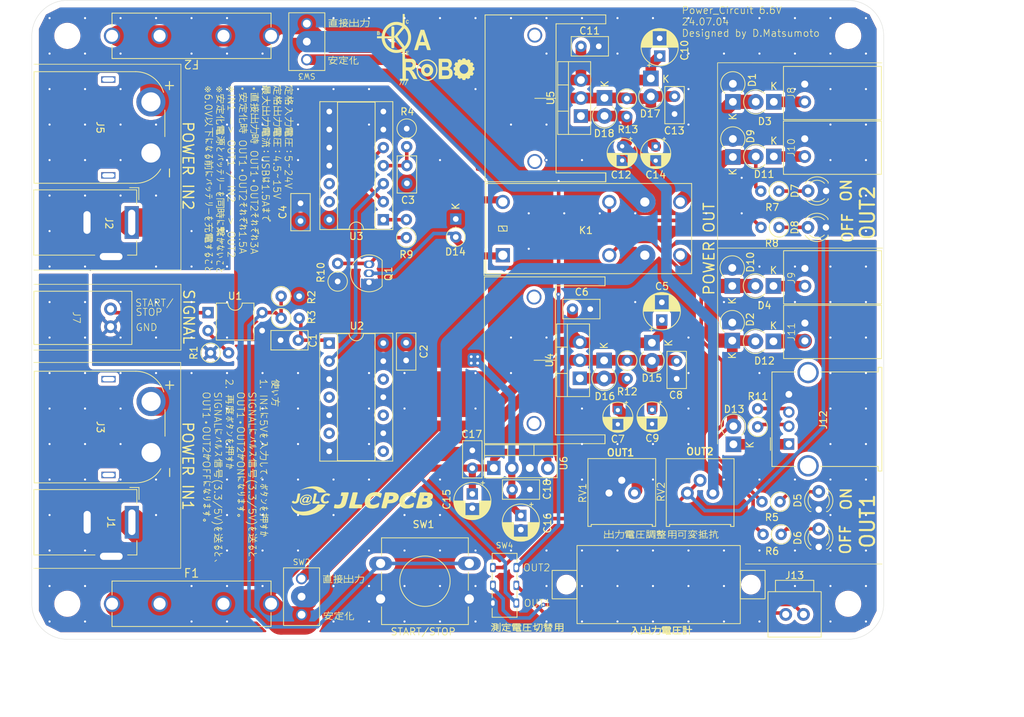
<source format=kicad_pcb>
(kicad_pcb (version 20240108) (generator "pcbnew") (generator_version "8.0")
  (layers (0 "F.Cu" signal) (31 "B.Cu" signal) (34 "B.Paste" user) (35 "F.Paste" user) (36 "B.SilkS" user "B.Silkscreen") (37 "F.SilkS" user "F.Silkscreen") (38 "B.Mask" user) (39 "F.Mask" user) (44 "Edge.Cuts" user))
  (net 0 "")
  (net 1 "Net-(C1-Pad1)")
  (net 2 "Net-(U3A-R)")
  (net 3 "VOUT1")
  (net 4 "VOUT2")
  (net 5 "IN1-")
  (net 6 "Net-(D5-A)")
  (net 7 "Net-(D6-A)")
  (net 8 "Ratch")
  (net 9 "VCC1")
  (net 10 "SIGNAL")
  (net 11 "VOUT2_OFF")
  (net 12 "VOUT1_OFF")
  (net 13 "Net-(Q1-B)")
  (net 14 "Net-(R1-Pad2)")
  (net 15 "Net-(R2-Pad1)")
  (net 16 "Net-(U3A-Q)")
  (net 17 "Net-(U3A-C)")
  (net 18 "Net-(U3A-D)")
  (net 19 "IN2-")
  (net 20 "VCC2")
  (net 21 "IN1+")
  (net 22 "IN2+")
  (net 23 "GND0")
  (net 24 "Net-(D4-K)")
  (net 25 "measure-")
  (net 26 "measure+")
  (net 34 "Net-(J12-D+)")
  (net 35 "Net-(J12-D-)")
  (net 36 "Net-(D16-A)")
  (net 37 "Net-(D18-A)")
  (net 38 "Net-(D3-K)")
  (net 39 "Net-(D7-A)")
  (net 40 "Net-(D8-A)")
  (net 41 "Net-(D11-K)")
  (net 42 "Net-(D12-K)")
  (net 43 "Net-(D13-K)")
  (net 44 "Net-(J3-Pin_2)")
  (net 45 "Net-(J5-Pin_2)")
  (net 46 "5V")
  (net 47 "/可変安定化電源回路(NJM317F)/VARIABLE")
  (net 48 "/可変安定化電源回路(NJM317F) その２/VARIABLE")
  (footprint "Capacitor_THT:CP_Radial_D4.0mm_P2.00mm" (layer "F.Cu") (at 162.376 107.676001 -90)
    (property "Reference" "C9")
    (property "Value" "47u")
  )
  (footprint "Diode_THT:D_DO-41_SOD81_P2.54mm_Vertical_KathodeUp" (layer "F.Cu") (at 173.752766 64.2964 90)
    (property "Reference" "D1")
    (property "Value" "SBM245L")
  )
  (footprint "Resistor_THT:R_Axial_DIN0207_L6.3mm_D2.5mm_P2.54mm_Vertical" (layer "F.Cu") (at 110.1174 91.676)
    (property "Reference" "R2")
    (property "Value" "10k")
  )
  (footprint "Resistor_THT:R_Axial_DIN0207_L6.3mm_D2.5mm_P2.54mm_Vertical" (layer "F.Cu") (at 180.2322 76.8732 180)
    (property "Reference" "R7")
    (property "Value" "1.5k")
  )
  (footprint "MyFoot:BarrelJack_GCT_DCJ200-10-A_Horizontal" (layer "F.Cu") (at 89.097 123.518 -90)
    (property "Reference" "J1")
    (property "Value" "Barrel_Jack_Switch")
  )
  (footprint "Package_TO_SOT_THT:TO-92_Inline" (layer "F.Cu") (at 122.5034 89.7202 90)
    (property "Reference" "Q1")
    (property "Value" "2SC1815")
  )
  (footprint "LED_THT:LED_D3.0mm" (layer "F.Cu") (at 185.8502 127.0012 90)
    (property "Reference" "D6")
    (property "Value" "LED")
  )
  (footprint "Diode_THT:D_DO-41_SOD81_P2.54mm_Vertical_KathodeUp" (layer "F.Cu") (at 179.4702 90.2314 180)
    (property "Reference" "D4")
    (property "Value" "SBM245L")
  )
  (footprint "MyFoot:17PB024" (layer "F.Cu") (at 145.749999 100.7 90)
    (property "Reference" "REF**" (hide yes))
    (property "Value" "17PB024")
  )
  (footprint "Capacitor_THT:CP_Radial_D5.0mm_P2.00mm" (layer "F.Cu") (at 143.8848 122.5678 -90)
    (property "Reference" "C16")
    (property "Value" "22u")
  )
  (footprint "Capacitor_THT:C_Disc_D5.0mm_W2.5mm_P2.50mm" (layer "F.Cu") (at 127.7258 98.2234 -90)
    (property "Reference" "C2")
    (property "Value" "0.1u")
  )
  (footprint "MyFoot:17PB024" (layer "F.Cu") (at 145.849999 63.8 90)
    (property "Reference" "REF**" (hide yes))
    (property "Value" "17PB024")
  )
  (footprint "Diode_THT:D_DO-41_SOD81_P2.54mm_Vertical_KathodeUp" (layer "F.Cu") (at 162.3506 98.2346 -90)
    (property "Reference" "D15")
    (property "Value" "1N4007")
  )
  (footprint "LED_THT:LED_D3.0mm" (layer "F.Cu") (at 186.8666 81.9786 180)
    (property "Reference" "D8")
    (property "Value" "LED")
  )
  (footprint "Diode_THT:D_DO-41_SOD81_P2.54mm_Vertical_KathodeUp" (layer "F.Cu") (at 173.752766 72.064634 90)
    (property "Reference" "D9")
    (property "Value" "SBM245L")
  )
  (footprint "Diode_THT:D_DO-41_SOD81_P2.54mm_Vertical_KathodeUp" (layer "F.Cu") (at 173.6702 97.9314 90)
    (property "Reference" "D2")
    (property "Value" "SBM245L")
  )
  (footprint "LED_THT:LED_D3.0mm" (layer "F.Cu") (at 185.8502 121.7262 90)
    (property "Reference" "D5")
    (property "Value" "LED")
  )
  (footprint "Relay_THT:Relay_DPDT_Omron_G2RL-2" (layer "F.Cu") (at 141.349999 85.9 90)
    (property "Reference" "K1")
    (property "Value" "942H-2C-5DS")
  )
  (footprint "Package_DIP:DIP-4_W7.62mm" (layer "F.Cu") (at 99.8248 93.983)
    (property "Reference" "U1")
    (property "Value" "TLP785")
  )
  (footprint "Diode_THT:D_DO-41_SOD81_P2.54mm_Vertical_KathodeUp" (layer "F.Cu") (at 173.6702 90.2314 90)
    (property "Reference" "D10")
    (property "Value" "SBM245L")
  )
  (footprint "Package_TO_SOT_THT:TO-220-4_Vertical" (layer "F.Cu") (at 140.0748 115.8674)
    (property "Reference" "U6")
    (property "Value" "NJM2396F")
  )
  (footprint "Diode_THT:D_DO-41_SOD81_P2.54mm_Vertical_KathodeUp" (layer "F.Cu") (at 179.521 71.9964 180)
    (property "Reference" "D11")
    (property "Value" "SBM245L")
  )
  (footprint "MyFoot:DF1E-2P-2.5DS" (layer "F.Cu") (at 86.0926 94.7252 -90)
    (property "Reference" "J7")
    (property "Value" "HRS_DF1E_2Pin")
  )
  (footprint "LOGO" (layer "F.Cu") (at 121.51 120.5)
    (property "Reference" "G***" (hide yes))
    (property "Value" "LOGO" (hide yes))
  )
  (footprint "Capacitor_THT:C_Disc_D5.0mm_W2.5mm_P2.50mm" (layer "F.Cu") (at 151.1638 93.4848)
    (property "Reference" "C6")
    (property "Value" "0.1u")
  )
  (footprint "Capacitor_THT:CP_Radial_D4.0mm_P2.00mm" (layer "F.Cu") (at 158.1596 70.5552 -90)
    (property "Reference" "C12")
    (property "Value" "10u")
  )
  (footprint "MyFoot:3386K-EY5-202TR" (layer "F.Cu") (at 158.103949 119.323949)
    (property "Reference" "RV1")
    (property "Value" "R_Potentiometer")
  )
  (footprint "Resistor_THT:R_Axial_DIN0207_L6.3mm_D2.5mm_P2.54mm_Vertical" (layer "F.Cu") (at 110.121 94.7736)
    (property "Reference" "R3")
    (property "Value" "10k")
  )
  (footprint "MyFoot:DF1E-2P-2.5DS" (layer "F.Cu") (at 183.9014 96.7144 90)
    (property "Reference" "J11")
    (property "Value" "HRS_DF1E_2Pin")
  )
  (footprint "Capacitor_THT:C_Disc_D5.0mm_W2.5mm_P2.50mm" (layer "F.Cu") (at 152.3576 56.477)
    (property "Reference" "C11")
    (property "Value" "0.1u")
  )
  (footprint "Capacitor_THT:C_Disc_D5.0mm_W2.5mm_P2.50mm" (layer "F.Cu") (at 112.8514 81.0842 90)
    (property "Reference" "C4")
    (property "Value" "0.1u")
  )
  (footprint "MyFoot:AMASS_XT60PW-M_1x02_P7.20mm_Horizontal" (layer "F.Cu") (at 91.7766 71.507 90)
    (property "Reference" "J5")
    (property "Value" "XT60" (hide yes))
  )
  (footprint "MyFoot:3386K-EY5-202TR" (layer "F.Cu") (at 169.143949 119.333949)
    (property "Reference" "RV2")
    (property "Value" "R_Potentiometer")
  )
  (footprint "MyFoot:FUC-03A" (layer "F.Cu") (at 97.5 135 180)
    (property "Reference" "F1")
    (property "Value" "Fuse")
  )
  (footprint "Capacitor_THT:CP_Radial_D5.0mm_P2.00mm" (layer "F.Cu") (at 137.0522 119.529888 -90)
    (property "Reference" "C15")
    (property "Value" "0.33u")
  )
  (footprint "Diode_THT:D_DO-41_SOD81_P2.54mm_Vertical_KathodeUp" (layer "F.Cu") (at 173.8314 112.5348 90)
    (property "Reference" "D13")
    (property "Value" "SBM245L")
  )
  (footprint "LED_THT:LED_D3.0mm" (layer "F.Cu") (at 186.887 76.8478 180)
    (property "Reference" "D7")
    (property "Value" "LED")
  )
  (footprint "Capacitor_THT:CP_Radial_D4.0mm_P2.00mm" (layer "F.Cu") (at 162.884 70.5806 -90)
    (property "Reference" "C14")
    (property "Value" "47u")
  )
  (footprint "Resistor_THT:R_Axial_DIN0207_L6.3mm_D2.5mm_P2.54mm_Vertical" (layer "F.Cu") (at 177.25 110.08 90)
    (property "Reference" "R11")
    (property "Value" "200")
  )
  (footprint "Connector_USB:USB_A_Molex_67643_Horizontal" (layer "F.Cu") (at 181.64 112.5 90)
    (property "Reference" "J12")
    (property "Value" "USB_A")
  )
  (footprint "Diode_THT:D_DO-41_SOD81_P2.54mm_Vertical_KathodeUp" (layer "F.Cu") (at 179.4702 98.0314 180)
    (property "Reference" "D12")
    (property "Value" "SBM245L")
  )
  (footprint "MyFoot:IS-2235-G" (layer "F.Cu") (at 141.6 132.4)
    (property "Reference" "SW4")
    (property "Value" "IS-2235-G" (hide yes))
  )
  (footprint "Package_TO_SOT_THT:TO-220-3_Vertical" (layer "F.Cu") (at 152.349999 66.3 90)
    (property "Reference" "U5")
    (property "Value" "NJM317F")
  )
  (footprint "MyFoot:2MS1-T1-B4-M2-Q-E" (layer "F.Cu") (at 113.735 55.8166 180)
    (property "Reference" "SW3")
    (property "Value" "SW_SPDT")
  )
  (footprint "Capacitor_THT:C_Disc_D5.0mm_W2.5mm_P2.50mm" (layer "F.Cu") (at 165.54 63.51 -90)
    (property "Reference" "C13")
    (property "Value" "0.1u")
  )
  (footprint "Resistor_THT:R_Axial_DIN0207_L6.3mm_D2.5mm_P2.54mm_Vertical" (layer "F.Cu") (at 180.3952 120.6262 180)
    (property "Reference" "R5")
    (property "Value" "1.5k")
  )
  (footprint "Resistor_THT:R_Axial_DIN0207_L6.3mm_D2.5mm_P2.54mm_Vertical" (layer "F.Cu") (at 158.82 63.8394 -90)
    (property "Reference" "R13")
    (property "Value" "180")
  )
  (footprint "MountingHole:MountingHole_3.2mm_M3" (layer "F.Cu") (at 190 135)
    (property "Reference" "REF**")
    (property "Value" "MountingHole_3.2mm_M3")
  )
  (footprint "MyFoot:2MS1-T1-B4-M2-Q-E" (layer "F.Cu") (at 113 134)
    (property "Reference" "SW2")
    (property "Value" "SW_SPDT")
  )
  (footprint "Diode_THT:D_DO-41_SOD81_P2.54mm_Vertical_KathodeUp" (layer "F.Cu") (at 179.521 64.2964 180)
    (property "Reference" "D3")
    (property "Value" "SBM245L")
  )
  (footprint "LOGO" (layer "F.Cu") (at 130.27 56.91)
    (property "Reference" "G***" (hide yes))
    (property "Value" "LOGO" (hide yes))
  )
  (footprint "Capacitor_THT:C_Disc_D5.0mm_W2.5mm_P2.50mm" (layer "F.Cu") (at 137.0522 115.8984 90)
    (property "Reference" "C17")
    (property "Value" "0.1u")
  )
  (footprint "Capacitor_THT:CP_Radial_D4.0mm_P2.00mm" (layer "F.Cu") (at 157.55 107.726801 -90)
    (property "Reference" "C7")
    (property "Value" "10u")
  )
  (footprint "Capacitor_THT:CP_Radial_D5.0mm_P2.50mm" (layer "F.Cu") (at 163.7476 95.0342 90)
    (property "Reference" "C5")
    (property "Value" "100u")
  )
  (footprint "Diode_THT:D_DO-41_SOD81_P2.54mm_Vertical_KathodeUp" (layer "F.Cu") (at 162.1982 60.9982 -90)
    (property "Reference" "D17")
    (property "Value" "1N4007")
  )
  (footprint "MountingHole:MountingHole_3.2mm_M3" (layer "F.Cu") (at 80 135)
    (property "Reference" "REF**")
    (property "Value" "MountingHole_3.2mm_M3")
  )
  (footprint "MyFoot:DF1E-2P-2.5DS" (layer "F.Cu") (at 183.876 63.0518 90)
    (property "Reference" "J8")
    (property "Value" "HRS_DF1E_2Pin")
  )
  (footprint "Diode_THT:D_DO-41_SOD81_P2.54mm_Vertical_KathodeUp" (layer "F.Cu") (at 155.6196 100.7238 -90)
    (property "Reference" "D16")
    (property "Value" "1N4007")
  )
  (footprint "MyFoot:DF1E-2P-2.5DS" (layer "F.Cu") (at 183.876 70.7518 90)
    (property "Reference" "J10")
    (property "Value" "HRS_DF1E_2Pin")
  )
  (footprint "MountingHole:MountingHole_3.2mm_M3" (layer "F.Cu") (at 80 55)
    (property "Reference" "REF**")
    (property "Value" "MountingHole_3.2mm_M3")
  )
  (footprint "MyFoot:DC voltmeter-Red(4530)" (layer "F.Cu") (at 163.3 132.3)
    (property "Reference" "REF**" (hide yes))
    (property "Value" "DC voltmeter-Red(4530)")
  )
  (footprint "Package_TO_SOT_THT:TO-220-3_Vertical" (layer "F.Cu") (at 152.194999 103.24 90)
    (property "Reference" "U4")
    (property "Value" "NJM317F")
  )
  (footprint "Diode_THT:D_DO-35_SOD27_P2.54mm_Vertical_KathodeUp" (layer "F.Cu") (at 134.7208 80.801515 -90)
    (property "Reference" "D14")
    (property "Value" "1N4148")
  )
  (footprint "Resistor_THT:R_Axial_DIN0207_L6.3mm_D2.5mm_P2.54mm_Vertical" (layer "F.Cu") (at 180.2576 81.9786 180)
    (property "Reference" "R8")
    (property "Value" "1.5k")
  )
  (footprint "Resistor_THT:R_Axial_DIN0207_L6.3mm_D2.5mm_P2.54mm_Vertical" (layer "F.Cu") (at 127.7612 83.421 90)
    (property "Reference" "R9")
    (property "Value" "5.1k")
  )
  (footprint "Resistor_THT:R_Axial_DIN0207_L6.3mm_D2.5mm_P2.54mm_Vertical" (layer "F.Cu") (at 127.812 68.0686 -90)
    (property "Reference" "R4")
    (property "Value" "10k")
  )
  (footprint "Package_DIP:DIP-14_W7.62mm_Socket" (layer "F.Cu") (at 116.89 98.28)
    (property "Reference" "U2")
    (property "Value" "4584")
  )
  (footprint "MyFoot:BarrelJack_GCT_DCJ200-10-A_Horizontal" (layer "F.Cu") (at 89.0724 81.2928 -90)
    (property "Reference" "J2")
    (property "Value" "Barrel_Jack_Switch")
  )
  (footprint "Button_Switch_THT:SW_PUSH-12mm" (layer "F.Cu") (at 124.13 129.32)
    (property "Reference" "SW1")
    (property "Value" "SW_Push")
  )
  (footprint "Capacitor_THT:C_Disc_D5.0mm_W2.5mm_P2.50mm" (layer "F.Cu") (at 127.8374 75.7756 90)
    (property "Reference" "C3")
    (property "Value" "0.1u")
  )
  (footprint "Diode_THT:D_DO-41_SOD81_P2.54mm_Vertical_KathodeUp" (layer "F.Cu") (at 155.6704 63.7414 -90)
    (property "Reference" "D18")
    (property "Value" "1N4007")
  )
  (footprint "MyFoot:DF1EC-2P-2.5DSA" (layer "F.Cu") (at 182.45 136.5)
    (property "Reference" "J13")
    (property "Value" "HRS_DF1EC_2Pin")
  )
  (footprint "Resistor_THT:R_Axial_DIN0207_L6.3mm_D2.5mm_P2.54mm_Vertical" (layer "F.Cu") (at 180.5502 125.2262 180)
    (property "Reference" "R6")
    (property "Value" "1.5k")
  )
  (footprint "Capacitor_THT:C_Disc_D5.0mm_W2.5mm_P2.50mm" (layer "F.Cu") (at 142.6602 118.9102)
    (property "Reference" "C18")
    (property "Value" "0.1u")
  )
  (footprint "MyFoot:FUC-03A" (layer "F.Cu") (at 97.5 55 180)
    (property "Reference" "F2")
    (property "Value" "Fuse")
  )
  (footprint "MountingHole:MountingHole_3.2mm_M3" (layer "F.Cu") (at 190 55)
    (property "Reference" "REF**")
    (property "Value" "MountingHole_3.2mm_M3")
  )
  (footprint "Capacitor_THT:C_Disc_D5.0mm_W2.5mm_P2.50mm" (layer "F.Cu") (at 165.84 100.81 -90)
    (property "Reference" "C8")
    (property "Value" "0.1u")
  )
  (footprint "Capacitor_THT:CP_Radial_D5.0mm_P2.50mm" (layer "F.Cu") (at 163.4428 57.8486 90)
    (property "Reference" "C10")
    (property "Value" "100u")
  )
  (footprint "MyFoot:AMASS_XT60PW-M_1x02_P7.20mm_Horizontal" (layer "F.Cu") (at 91.802 113.7068 90)
    (property "Reference" "J3")
    (property "Value" "XT60" (hide yes))
  )
  (footprint "Capacitor_THT:C_Disc_D5.0mm_W2.5mm_P2.50mm" (layer "F.Cu") (at 112.5448 97.8736 180)
    (property "Reference" "C1")
    (property "Value" "0.1u")
  )
  (footprint "MyFoot:DF1E-2P-2.5DS" (layer "F.Cu") (at 183.9014 89.0144 90)
    (property "Reference" "J9")
    (property "Value" "HRS_DF1E_2Pin")
  )
  (footprint "Package_DIP:DIP-14_W7.62mm_Socket" (layer "F.Cu") (at 124.52 80.9014 180)
    (property "Reference" "U3")
    (property "Value" "4013")
  )
  (footprint "Resistor_THT:R_Axial_DIN0207_L6.3mm_D2.5mm_P2.54mm_Vertical" (layer "F.Cu") (at 118.0838 89.5968 90)
    (property "Reference" "R10")
    (property "Value" "10k")
  )
  (footprint "Resistor_THT:R_Axial_DIN0207_L6.3mm_D2.5mm_P2.54mm_Vertical" (layer "F.Cu") (at 158.8708 100.7456 -90)
    (property "Reference" "R12")
    (property "Value" "180")
  )
  (footprint "Resistor_THT:R_Axial_DIN0207_L6.3mm_D2.5mm_P2.54mm_Vertical" (layer "F.Cu") (at 100.1748 99.658)
    (property "Reference" "R1")
    (property "Value" "2.2k")
  )
  (gr_line (start 171.6 58.7884) (end 171.6 112.4884) (stroke (width 0.1)) (layer "F.SilkS"))
  (gr_line (start 95.9746 101.0086) (end 95.9746 130.0086) (stroke (width 0.1)) (layer "F.SilkS"))
  (gr_line (start 95.9746 130.0086) (end 75.2746 130.0086) (stroke (width 0.1)) (layer "F.SilkS"))
  (gr_line (start 75.3 59) (end 96 59) (stroke (width 0.1)) (layer "F.SilkS"))
  (gr_line (start 194.85 84.9) (end 171.647 84.8996) (stroke (width 0.1)) (layer "F.SilkS"))
  (gr_line (start 96 99.271) (end 75.29 99.27) (stroke (width 0.1)) (layer "F.SilkS"))
  (gr_line (start 96 90) (end 96 99.271) (stroke (width 0.1)) (layer "F.SilkS"))
  (gr_line (start 171.647 58.7884) (end 194.75 58.8) (stroke (width 0.1)) (layer "F.SilkS"))
  (gr_line (start 75.2746 101.0086) (end 95.9746 101.0086) (stroke (width 0.1)) (layer "F.SilkS"))
  (gr_line (start 194.775 129.4) (end 175.5 129.4) (stroke (width 0.1)) (layer "F.SilkS"))
  (gr_line (start 96 59) (end 96 88) (stroke (width 0.1)) (layer "F.SilkS"))
  (gr_line (start 75.2926 90) (end 96 90) (stroke (width 0.1)) (layer "F.SilkS"))
  (gr_line (start 96 88) (end 75.3 88) (stroke (width 0.1)) (layer "F.SilkS"))
  (gr_arc (start 195 135) (mid 193.535534 138.535534) (end 190 140) (stroke (width 0.05)) (layer "Edge.Cuts"))
  (gr_line (start 195 135) (end 195 55) (stroke (width 0.05)) (layer "Edge.Cuts"))
  (gr_line (start 80 50) (end 190 50) (stroke (width 0.05)) (layer "Edge.Cuts"))
  (gr_arc (start 190 50) (mid 193.535534 51.464466) (end 195 55) (stroke (width 0.05)) (layer "Edge.Cuts"))
  (gr_line (start 80 140) (end 190 140) (stroke (width 0.05)) (layer "Edge.Cuts"))
  (gr_line (start 75 135) (end 75 55) (stroke (width 0.05)) (layer "Edge.Cuts"))
  (gr_arc (start 75 55) (mid 76.464466 51.464466) (end 80 50) (stroke (width 0.05)) (layer "Edge.Cuts"))
  (gr_arc (start 80 140) (mid 76.464466 138.535534) (end 75 135) (stroke (width 0.05)) (layer "Edge.Cuts"))
  (gr_text "START/STOP" (at 125.48 139.52 0) (layer "F.SilkS") (effects (font (size 1 1) (thickness 0.125)) (justify left bottom)))
  (gr_text "安定化" (at 115.99 137.38 0) (layer "F.SilkS") (effects (font (size 1 1) (thickness 0.1)) (justify left bottom)))
  (gr_text "定格入力電圧：5～24V\n定格出力電圧：4.5～15V\n最大出力電流：USBは1.5Aまで\n・直接出力時 OUT1・OUT2それぞれ3A\n・安定化時 OUT1・OUT2それぞれ1.5A\n※IN1 -> OUT1 / IN2 -> OUT2\n※安定化電源とバッテリーを同時に繋がないこと\n※6.0V以下になる前にバッテリーを充電すること" (at 99.28 61.84 270) (layer "F.SilkS") (effects (font (size 1 1) (thickness 0.1)) (justify left bottom)))
  (gr_text "使い方\n1. IN1に5Vを入力して、ボタンを押すか\n　 SIGNALにパルス信号(3.3/5V)を送ると、\n 　OUT1・OUT2がONになります。\n2. 再度ボタンを押すか\n　 SIGNALにパルス信号(3.3/5V)を送ると、\n 　OUT1・OUT2がOFFになります。" (at 99 103.25 270) (layer "F.SilkS") (effects (font (size 1 1) (thickness 0.1)) (justify left bottom)))
  (gr_text "ON" (at 190.6 78.5 90) (layer "F.SilkS") (effects (font (size 1.5 1.5) (thickness 0.25) (bold yes)) (justify left bottom)))
  (gr_text "入出力電圧計" (at 163.681 139.412 0) (layer "F.SilkS") (effects (font (size 1 1)) (justify bottom)))
  (gr_text "OUT2" (at 193.8975 83.923 90) (layer "F.SilkS") (effects (font (size 2 2) (thickness 0.3)) (justify left bottom)))
  (gr_text "OFF" (at 190.8 84.3 90) (layer "F.SilkS") (effects (font (size 1.5 1.5) (thickness 0.25) (bold yes)) (justify left bottom)))
  (gr_text "SIGNAL" (at 97.1 90.58 270) (layer "F.SilkS") (effects (font (size 1.5 1.5) (thickness 0.2)) (justify left)))
  (gr_text "直接出力" (at 115.89 132.19 0) (layer "F.SilkS") (effects (font (size 1 1) (thickness 0.1)) (justify left bottom)))
  (gr_text "OUT1" (at 155.9 114.3 0) (layer "F.SilkS") (effects (font (size 1 1) (thickness 0.2) (bold yes)) (justify left bottom)))
  (gr_text "POWER OUT" (at 170.4 85 90) (layer "F.SilkS") (effects (font (size 1.5 1.5) (thickness 0.2))))
  (gr_text "出力電圧調整用可変抵抗" (at 155.5 125.9 0) (layer "F.SilkS") (effects (font (size 1 1) (thickness 0.1)) (justify left bottom)))
  (gr_text "START/" (at 89.51 93.21 0) (layer "F.SilkS") (effects (font (size 1 1) (thickness 0.1)) (justify left bottom)))
  (gr_text "Power_Circuit 6.6V\n24.07.04\nDesigned by D.Matsumoto" (at 166.4908 55.207 0) (layer "F.SilkS") (effects (font (size 1 1) (thickness 0.1)) (justify left bottom)))
  (gr_text "STOP" (at 89.57 94.51 0) (layer "F.SilkS") (effects (font (size 1 1) (thickness 0.1)) (justify left bottom)))
  (gr_text "OFF" (at 190.4929 128.1812 90) (layer "F.SilkS") (effects (font (size 1.5 1.5) (thickness 0.25) (bold yes)) (justify left bottom)))
  (gr_text "ON" (at 190.5954 121.9582 90) (layer "F.SilkS") (effects (font (size 1.5 1.5) (thickness 0.25) (bold yes)) (justify left bottom)))
  (gr_text "OUT1" (at 144.25 135.5 0) (layer "F.SilkS") (effects (font (size 1 1) (thickness 0.1)) (justify left bottom)))
  (gr_text "OUT1" (at 193.8929 127.3812 90) (layer "F.SilkS") (effects (font (size 2 2) (thickness 0.3)) (justify left bottom)))
  (gr_text "OUT2" (at 167.07 114.14 0) (layer "F.SilkS") (effects (font (size 1 1) (thickness 0.2) (bold yes)) (justify left bottom)))
  (gr_text "測定電圧切替用" (at 139.55 139 0) (layer "F.SilkS") (effects (font (size 1 1) (thickness 0.125)) (justify left bottom)))
  (gr_text "POWER IN1" (at 96.9746 115.6086 270) (layer "F.SilkS") (effects (font (size 1.5 1.5) (thickness 0.2))))
  (gr_text "直接出力" (at 116.656 53.8608 0) (layer "F.SilkS") (effects (font (size 1 1) (thickness 0.1)) (justify left bottom)))
  (gr_text "POWER IN2" (at 97 73.3 270) (layer "F.SilkS") (effects (font (size 1.5 1.5) (thickness 0.2))))
  (gr_text "安定化" (at 116.6306 59.1186 0) (layer "F.SilkS") (effects (font (size 1 1) (thickness 0.1)) (justify left bottom)))
  (gr_text "OUT2" (at 144.15 130.5 0) (layer "F.SilkS") (effects (font (size 1 1) (thickness 0.1)) (justify left bottom)))
  (gr_text "GND" (at 89.57 96.65 0) (layer "F.SilkS") (effects (font (size 1 1) (thickness 0.1)) (justify left bottom)))
  (segment (start 112.8968 94.7736) (end 112.8968 97.7574) (width 0.5) (layer "F.Cu") (net 1))
  (segment (start 112.7806 97.8736) (end 116.4836 97.8736) (width 0.5) (layer "F.Cu") (net 1))
  (segment (start 127.812 70.6086) (end 127.812 73.2502) (width 0.5) (layer "F.Cu") (net 2))
  (segment (start 124.52 73.2814) (end 127.8316 73.2814) (width 0.5) (layer "F.Cu") (net 2))
  (segment (start 171.4314 97.9314) (end 173.6702 97.9314) (width 2) (layer "F.Cu") (net 3))
  (segment (start 176.8302 97.9314) (end 176.9302 98.0314) (width 1.5) (layer "F.Cu") (net 3))
  (segment (start 173.2714 109.9948) (end 173.8314 109.9948) (width 0.5) (layer "F.Cu") (net 3))
  (segment (start 166.349999 85.9) (end 170.75 90.300001) (width 2) (layer "F.Cu") (net 3))
  (segment (start 173.6702 90.2314) (end 170.681399 90.2314) (width 2) (layer "F.Cu") (net 3))
  (segment (start 173.6702 97.9314) (end 173.311062 97.9314) (width 1.5) (layer "F.Cu") (net 3))
  (segment (start 170.75 90.300001) (end 170.75 97.25) (width 2) (layer "F.Cu") (net 3))
  (segment (start 176.9302 90.2314) (end 173.6702 90.2314) (width 2) (layer "F.Cu") (net 3))
  (segment (start 173.6702 109.8336) (end 173.8314 109.9948) (width 1.5) (layer "F.Cu") (net 3))
  (segment (start 170.75 97.25) (end 171.4314 97.9314) (width 2) (layer "F.Cu") (net 3))
  (segment (start 171.393 111.8732) (end 173.2714 109.9948) (width 0.5) (layer "F.Cu") (net 3))
  (segment (start 177.8552 120.6262) (end 171.393 114.164) (width 0.5) (layer "F.Cu") (net 3))
  (segment (start 171.393 114.164) (end 171.393 111.8732) (width 0.5) (layer "F.Cu") (net 3))
  (segment (start 173.6702 97.9314) (end 176.8302 97.9314) (width 1.5) (layer "F.Cu") (net 3))
  (segment (start 170.681399 90.2314) (end 166.349999 85.9) (width 2) (layer "F.Cu") (net 3))
  (segment (start 173.6702 97.9314) (end 173.6702 109.8336) (width 1.5) (layer "F.Cu") (net 3))
  (segment (start 173.7702 98.0314) (end 173.6702 97.9314) (width 1.5) (layer "F.Cu") (net 3))
  (segment (start 168.5228 76.227199) (end 167.958499 76.791499) (width 2) (layer "F.Cu") (net 4))
  (segment (start 173.752766 72.064634) (end 176.912766 72.064634) (width 2) (layer "F.Cu") (net 4))
  (segment (start 167.958499 76.791499) (end 166.349999 78.4) (width 2) (layer "F.Cu") (net 4))
  (segment (start 177.5906 76.8732) (end 176.981 76.2636) (width 0.5) (layer "F.Cu") (net 4))
  (segment (start 177.6922 76.8732) (end 177.5906 76.8732) (width 0.5) (layer "F.Cu") (net 4))
  (segment (start 172.685364 72.064634) (end 167.958499 76.791499) (width 2) (layer "F.Cu") (net 4))
  (segment (start 168.5228 69.526366) (end 168.5228 76.227199) (width 2) (layer "F.Cu") (net 4))
  (segment (start 176.981 76.2636) (end 176.981 71.9964) (width 0.5) (layer "F.Cu") (net 4))
  (segment (start 173.752766 64.2964) (end 168.5228 69.526366) (width 2) (layer "F.Cu") (net 4))
  (segment (start 176.912766 72.064634) (end 176.981 71.9964) (width 2) (layer "F.Cu") (net 4))
  (segment (start 173.752766 72.064634) (end 172.685364 72.064634) (width 2) (layer "F.Cu") (net 4))
  (segment (start 176.981 64.2964) (end 173.752766 64.2964) (width 2) (layer "F.Cu") (net 4))
  (segment (start 108.6942 96.523) (end 110.0448 97.8736) (width 0.5) (layer "F.Cu") (net 5))
  (segment (start 107.4448 96.523) (end 108.6942 96.523) (width 0.5) (layer "F.Cu") (net 5))
  (segment (start 107.4448 98.4448) (end 107.5 98.5) (width 0.5) (layer "F.Cu") (net 5))
  (segment (start 107.4448 96.523) (end 107.75 96.8282) (width 0.5) (layer "F.Cu") (net 5))
  (segment (start 107.4448 96.523) (end 107.4448 98.4448) (width 0.5) (layer "F.Cu") (net 5))
  (via (at 107.5 117.5) (size 0.6) (drill 0.3) (layers "F.Cu" "B.Cu") (net 5))
  (via (at 82.5 132.5) (size 0.6) (drill 0.3) (layers "F.Cu" "B.Cu") (net 5))
  (via (at 147.5 127.5) (size 0.6) (drill 0.3) (layers "F.Cu" "B.Cu") (net 5))
  (via (at 167.5 102.5) (size 0.6) (drill 0.3) (layers "F.Cu" "B.Cu") (net 5))
  (via (at 92.5 117.5) (size 0.6) (drill 0.3) (layers "F.Cu" "B.Cu") (net 5))
  (via (at 122.5 137.5) (size 0.6) (drill 0.3) (layers "F.Cu" "B.Cu") (net 5))
  (via (at 77.5 97.5) (size 0.6) (drill 0.3) (layers "F.Cu" "B.Cu") (net 5))
  (via (at 117.5 137.5) (size 0.6) (drill 0.3) (layers "F.Cu" "B.Cu") (net 5))
  (via (at 137.5 127.5) (size 0.6) (drill 0.3) (layers "F.Cu" "B.Cu") (net 5))
  (via (at 172.5 132.5) (size 0.6) (drill 0.3) (layers "F.Cu" "B.Cu") (net 5))
  (via (at 137.5 137.5) (size 0.6) (drill 0.3) (layers "F.Cu" "B.Cu") (net 5))
  (via (at 77.5 92.5) (size 0.6) (drill 0.3) (layers "F.Cu" "B.Cu") (net 5))
  (via (at 132.5 122.5) (size 0.6) (drill 0.3) (layers "F.Cu" "B.Cu") (net 5))
  (via (at 102.5 102.5) (size 0.6) (drill 0.3) (layers "F.Cu" "B.Cu") (net 5))
  (via (at 82.5 112.5) (size 0.6) (drill 0.3) (layers "F.Cu" "B.Cu") (net 5))
  (via (at 187.5 127.5) (size 0.6) (drill 0.3) (layers "F.Cu" "B.Cu") (net 5))
  (via (at 127.5 107.5) (size 0.6) (drill 0.3) (layers "F.Cu" "B.Cu") (net 5))
  (via (at 117.5 117.5) (size 0.6) (drill 0.3) (layers "F.Cu" "B.Cu") (net 5))
  (via (at 137.5 107.5) (size 0.6) (drill 0.3) (layers "F.Cu" "B.Cu") (net 5))
  (via (at 112.5 117.5) (size 0.6) (drill 0.3) (layers "F.Cu" "B.Cu") (net 5))
  (via (at 152.5 112.5) (size 0.6) (drill 0.3) (layers "F.Cu" "B.Cu") (net 5))
  (via (at 187.5 112.5) (size 0.6) (drill 0.3) (layers "F.Cu" "B.Cu") (net 5))
  (via (at 142.5 127.5) (size 0.6) (drill 0.3) (layers "F.Cu" "B.Cu") (net 5))
  (via (at 192.5 112.5) (size 0.6) (drill 0.3) (layers "F.Cu" "B.Cu") (net 5))
  (via (at 147.5 122.5) (size 0.6) (drill 0.3) (layers "F.Cu" "B.Cu") (net 5))
  (via (at 147.5 97.5) (size 0.6) (drill 0.3) (layers "F.Cu" "B.Cu") (net 5))
  (via (at 192.5 132.5) (size 0.6) (drill 0.3) (layers "F.Cu" "B.Cu") (net 5))
  (via (at 172.5 117.5) (size 0.6) (drill 0.3) (layers "F.Cu" "B.Cu") (net 5))
  (via (at 137.5 132.5) (size 0.6) (drill 0.3) (layers "F.Cu" "B.Cu") (net 5))
  (via (at 187.5 107.5) (size 0.6) (drill 0.3) (layers "F.Cu" "B.Cu") (net 5))
  (via (at 87.5 117.5) (size 0.6) (drill 0.3) (layers "F.Cu" "B.Cu") (net 5))
  (via (at 147.5 137.5) (size 0.6) (drill 0.3) (layers "F.Cu" "B.Cu") (net 5))
  (via (at 147.5 117.5) (size 0.6) (drill 0.3) (layers "F.Cu" "B.Cu") (net 5))
  (via (at 82.5 102.5) (size 0.6) (drill 0.3) (layers "F.Cu" "B.Cu") (net 5))
  (via (at 102.5 122.5) (size 0.6) (drill 0.3) (layers "F.Cu" "B.Cu") (net 5))
  (via (at 167.5 107.5) (size 0.6) (drill 0.3) (layers "F.Cu" "B.Cu") (net 5))
  (via (at 177.5 127.5) (size 0.6) (drill 0.3) (layers "F.Cu" "B.Cu") (net 5))
  (via (at 192.5 97.5) (size 0.6) (drill 0.3) (layers "F.Cu" "B.Cu") (net 5))
  (via (at 82.5 117.5) (size 0.6) (drill 0.3) (layers "F.Cu" "B.Cu") (net 5))
  (via (at 97.5 132.5) (size 0.6) (drill 0.3) (layers "F.Cu" "B.Cu") (net 5))
  (via (at 192.5 117.5) (size 0.6) (drill 0.3) (layers "F.Cu" "B.Cu") (net 5))
  (via (at 112.5 107.5) (size 0.6) (drill 0.3) (layers "F.Cu" "B.Cu") (net 5))
  (via (at 87.5 102.5) (size 0.6) (drill 0.3) (layers "F.Cu" "B.Cu") (net 5))
  (via (at 182.5 92.5) (size 0.6) (drill 0.3) (layers "F.Cu" "B.Cu") (net 5))
  (via (at 112.5 72.5) (size 0.6) (drill 0.3) (layers "F.Cu" "B.Cu") (net 5))
  (via (at 162.5 127.5) (size 0.6) (drill 0.3) (layers "F.Cu" "B.Cu") (net 5))
  (via (at 127.5 102.5) (size 0.6) (drill 0.3) (layers "F.Cu" "B.Cu") (net 5))
  (via (at 152.5 127.5) (size 0.6) (drill 0.3) (layers "F.Cu" "B.Cu") (net 5))
  (via (at 162.5 132.5) (size 0.6) (drill 0.3) (layers "F.Cu" "B.Cu") (net 5))
  (via (at 122.5 67.5) (size 0.6) (drill 0.3) (layers "F.Cu" "B.Cu") (net 5))
  (via (at 82.5 107.5) (size 0.6) (drill 0.3) (layers "F.Cu" "B.Cu") (net 5))
  (via (at 147.5 132.5) (size 0.6) (drill 0.3) (layers "F.Cu" "B.Cu") (net 5))
  (via (at 112.5 62.5) (size 0.6) (drill 0.3) (layers "F.Cu" "B.Cu") (net 5))
  (via (at 152.5 132.5) (size 0.6) (drill 0.3) (layers "F.Cu" "B.Cu") (net 5))
  (via (at 157.5 132.5) (size 0.6) (drill 0.3) (layers "F.Cu" "B.Cu") (net 5))
  (via (at 112.5 67.5) (size 0.6) (drill 0.3) (layers "F.Cu" "B.Cu") (net 5))
  (via (at 92.5 122.5) (size 0.6) (drill 0.3) (layers "F.Cu" "B.Cu") (net 5))
  (via (at 77.5 102.5) (size 0.6) (drill 0.3) (layers "F.Cu" "B.Cu") (net 5))
  (via (at 167.5 132.5) (size 0.6) (drill 0.3) (layers "F.Cu" "B.Cu") (net 5))
  (via (at 167.5 97.5) (size 0.6) (drill 0.3) (layers "F.Cu" "B.Cu") (net 5))
  (via (at 192.5 87.5) (size 0.6) (drill 0.3) (layers "F.Cu" "B.Cu") (net 5))
  (via (at 167.5 137.5) (size 0.6) (drill 0.3) (layers "F.Cu" "B.Cu") (net 5))
  (via (at 127.5 127.5) (size 0.6) (drill 0.3) (layers "F.Cu" "B.Cu") (net 5))
  (via (at 77.5 112.5) (size 0.6) (drill 0.3) (layers "F.Cu" "B.Cu") (net 5))
  (via (at 107.5 112.5) (size 0.6) (drill 0.3) (layers "F.Cu" "B.Cu") (net 5))
  (via (at 162.5 137.5) (size 0.6) (drill 0.3) (layers "F.Cu" "B.Cu") (net 5))
  (via (at 87.5 112.5) (size 0.6) (drill 0.3) (layers "F.Cu" "B.Cu") (net 5))
  (via (at 122.5 117.5) (size 0.6) (drill 0.3) (layers "F.Cu" "B.Cu") (net 5))
  (via (at 172.5 137.5) (size 0.6) (drill 0.3) (layers "F.Cu" "B.Cu") (net 5))
  (via (at 127.5 137.5) (size 0.6) (drill 0.3) (layers "F.Cu" "B.Cu") (net 5))
  (via (at 77.5 117.5) (size 0.6) (drill 0.3) (layers "F.Cu" "B.Cu") (net 5))
  (via (at 132.5 117.5) (size 0.6) (drill 0.3) (layers "F.Cu" "B.Cu") (net 5))
  (via (at 102.5 137.5) (size 0.6) (drill 0.3) (layers "F.Cu" "B.Cu") (net 5))
  (via (at 162.5 117.5) (size 0.6) (drill 0.3) (layers "F.Cu" "B.Cu") (net 5))
  (via (at 187.5 97.5) (size 0.6) (drill 0.3) (layers "F.Cu" "B.Cu") (net 5))
  (via (at 187.5 102.5) (size 0.6) (drill 0.3) (layers "F.Cu" "B.Cu") (net 5))
  (via (at 132.5 137.5) (size 0.6) (drill 0.3) (layers "F.Cu" "B.Cu") (net 5))
  (via (at 192.5 107.5) (size 0.6) (drill 0.3) (layers "F.Cu" "B.Cu") (net 5))
  (via (at 182.5 132.5) (size 0.6) (drill 0.3) (layers "F.Cu" "B.Cu") (net 5))
  (via (at 112.5 112.5) (size 0.6) (drill 0.3) (layers "F.Cu" "B.Cu") (net 5))
  (via (at 187.5 122.5) (size 0.6) (drill 0.3) (layers "F.Cu" "B.Cu") (net 5))
  (via (at 122.5 127.5) (size 0.6) (drill 0.3) (layers "F.Cu" "B.Cu") (net 5))
  (via (at 122.5 112.5) (size 0.6) (drill 0.3) (layers "F.Cu" "B.Cu") (net 5))
  (via (at 152.5 117.5) (size 0.6) (drill 0.3) (layers "F.Cu" "B.Cu") (net 5))
  (via (at 177.5 137.5) (size 0.6) (drill 0.3) (layers "F.Cu" "B.Cu") (net 5))
  (via (at 192.5 137.5) (size 0.6) (drill 0.3) (layers "F.Cu" "B.Cu") (net 5))
  (via (at 182.5 127.5) (size 0.6) (drill 0.3) (layers "F.Cu" "B.Cu") (net 5))
  (via (at 112.5 102.5) (size 0.6) (drill 0.3) (layers "F.Cu" "B.Cu") (net 5))
  (via (at 82.5 127.5) (size 0.6) (drill 0.3) (layers "F.Cu" "B.Cu") (net 5))
  (via (at 127.5 132.5) (size 0.6) (drill 0.3) (layers "F.Cu" "B.Cu") (net 5))
  (via (at 160 92.5) (size 0.6) (drill 0.3) (layers "F.Cu" "B.Cu") (net 5))
  (via (at 92.5 102.5) (size 0.6) (drill 0.3) (layers "F.Cu" "B.Cu") (net 5))
  (via (at 187.5 87.5) (size 0.6) (drill 0.3) (layers "F.Cu" "B.Cu") (net 5))
  (via (at 142.5 97.5) (size 0.6) (drill 0.3) (layers "F.Cu" "B.Cu") (net 5))
  (via (at 107.5 107.5) (size 0.6) (drill 0.3) (layers "F.Cu" "B.Cu") (net 5))
  (via (at 167.5 112.5) (size 0.6) (drill 0.3) (layers "F.Cu" "B.Cu") (net 5))
  (via (at 192.5 122.5) (size 0.6) (drill 0.3) (layers "F.Cu" "B.Cu") (net 5))
  (via (at 82.5 97.5) (size 0.6) (drill 0.3) (layers "F.Cu" "B.Cu") (net 5))
  (via (at 107.5 62.5) (size 0.6) (drill 0.3) (layers "F.Cu" "B.Cu") (net 5))
  (via (at 187.5 137.5) (size 0.6) (drill 0.3) (layers "F.Cu" "B.Cu") (net 5))
  (via (at 87.5 107.5) (size 0.6) (drill 0.3) (layers "F.Cu" "B.Cu") (net 5))
  (via (at 122.5 62.5) (size 0.6) (drill 0.3) (layers "F.Cu" "B.Cu") (net 5))
  (via (at 127.5 122.5) (size 0.6) (drill 0.3) (layers "F.Cu" "B.Cu") (net 5))
  (via (at 152.5 107.5) (size 0.6) (drill 0.3) (layers "F.Cu" "B.Cu") (net 5))
  (via (at 102.5 117.5) (size 0.6) (drill 0.3) (layers "F.Cu" "B.Cu") (net 5))
  (via (at 152.5 137.5) (size 0.6) (drill 0.3) (layers "F.Cu" "B.Cu") (net 5))
  (via (at 82.5 137.5) (size 0.6) (drill 0.3) (layers "F.Cu" "B.Cu") (net 5))
  (via (at 132.5 132.5) (size 0.6) (drill 0.3) (layers "F.Cu" "B.Cu") (net 5))
  (via (at 167.5 127.5) (size 0.6) (drill 0.3) (layers "F.Cu" "B.Cu") (net 5))
  (via (at 132.5 72.5) (size 0.6) (drill 0.3) (layers "F.Cu" "B.Cu") (net 5))
  (via (at 182.5 87.5) (size 0.6) (drill 0.3) (layers "F.Cu" "B.Cu") (net 5))
  (via (at 112.5 127.5) (size 0.6) (drill 0.3) (layers "F.Cu" "B.Cu") (net 5))
  (via (at 102.5 112.5) (size 0.6) (drill 0.3) (layers "F.Cu" "B.Cu") (net 5))
  (via (at 122.5 107.5) (size 0.6) (drill 0.3) (layers "F.Cu" "B.Cu") (net 5))
  (via (at 107.5 72.5) (size 0.6) (drill 0.3) (layers "F.Cu" "B.Cu") (net 5))
  (via (at 117.5 122.5) (size 0.6) (drill 0.3) (layers "F.Cu" "B.Cu") (net 5))
  (via (at 157.5 127.5) (size 0.6) (drill 0.3) (layers "F.Cu" "B.Cu") (net 5))
  (via (at 177.5 102.5) (size 0.6) (drill 0.3) (layers "F.Cu" "B.Cu") (net 5))
  (via (at 107.5 132.5) (size 0.6) (drill 0.3) (layers "F.Cu" "B.Cu") (net 5))
  (via (at 97.5 137.5) (size 0.6) (drill 0.3) (layers "F.Cu" "B.Cu") (net 5))
  (via (at 102.5 127.5) (size 0.6) (drill 0.3) (layers "F.Cu" "B.Cu") (net 5))
  (via (at 77.5 132.5) (size 0.6) (drill 0.3) (layers "F.Cu" "B.Cu") (net 5))
  (via (at 177.5 92.5) (size 0.6) (drill 0.3) (layers "F.Cu" "B.Cu") (net 5))
  (via (at 137.5 102.5) (size 0.6) (drill 0.3) (layers "F.Cu" "B.Cu") (net 5))
  (via (at 187.5 132.5) (size 0.6) (drill 0.3) (layers "F.Cu" "B.Cu") (net 5))
  (via (at 177.5 117.5) (size 0.6) (drill 0.3) (layers "F.Cu" "B.Cu") (net 5))
  (via (at 157.5 112.5) (size 0.6) (drill 0.3) (layers "F.Cu" "B.Cu") (net 5))
  (via (at 107.5 102.5) (size 0.6) (drill 0.3) (layers "F.Cu" "B.Cu") (net 5))
  (via (at 177.5 87.5) (size 0.6) (drill 0.3) (layers "F.Cu" "B.Cu") (net 5))
  (via (at 102.5 107.5) (size 0.6) (drill 0.3) (layers "F.Cu" "B.Cu") (net 5))
  (via (at 172.5 127.5) (size 0.6) (drill 0.3) (layers "F.Cu" "B.Cu") (net 5))
  (via (at 132.5 127.5) (size 0.6) (drill 0.3) (layers "F.Cu" "B.Cu") (net 5))
  (via (at 122.5 102.5) (size 0.6) (drill 0.3) (layers "F.Cu" "B.Cu") (net 5))
  (via (at 77.5 127.5) (size 0.6) (drill 0.3) (layers "F.Cu" "B.Cu") (net 5))
  (via (at 77.5 122.5) (size 0.6) (drill 0.3) (layers "F.Cu" "B.Cu") (net 5))
  (via (at 192.5 127.5) (size 0.6) (drill 0.3) (layers "F.Cu" "B.Cu") (net 5))
  (via (at 102.5 132.5) (size 0.6) (drill 0.3) (layers "F.Cu" "B.Cu") (net 5))
  (via (at 142.5 102.5) (size 0.6) (drill 0.3) (layers "F.Cu" "B.Cu") (net 5))
  (via (at 192.5 102.5) (size 0.6) (drill 0.3) (layers "F.Cu" "B.Cu") (net 5))
  (via (at 122.5 132.5) (size 0.6) (drill 0.3) (layers "F.Cu" "B.Cu") (net 5))
  (via (at 97.5 102.5) (size 0.6) (drill 0.3) (layers "F.Cu" "B.Cu") (net 5))
  (via (at 117.5 132.5) (size 0.6) (drill 0.3) (layers "F.Cu" "B.Cu") (net 5))
  (via (at 77.5 137.5) (size 0.6) (drill 0.3) (layers "F.Cu" "B.Cu") (net 5))
  (via (at 82.5 92.5) (size 0.6) (drill 0.3) (layers "F.Cu" "B.Cu") (net 5))
  (via (at 117.5 62.5) (size 0.6) (drill 0.3) (layers "F.Cu" "B.Cu") (net 5))
  (via (at 107.5 127.5) (size 0.6) (drill 0.3) (layers "F.Cu" "B.Cu") (net 5))
  (via (at 112.5 122.5) (size 0.6) (drill 0.3) (layers "F.Cu" "B.Cu") (net 5))
  (via (at 107.5 67.5) (size 0.6) (drill 0.3) (layers "F.Cu" "B.Cu") (net 5))
  (via (at 187.5 92.5) (size 0.6) (drill 0.3) (layers "F.Cu" "B.Cu") (net 5))
  (via (at 192.5 92.5) (size 0.6) (drill 0.3) (layers "F.Cu" "B.Cu") (net 5))
  (via (at 172.5 92.5) (size 0.6) (drill 0.3) (layers "F.Cu" "B.Cu") (net 5))
  (via (at 107.5 122.5) (size 0.6) (drill 0.3) (layers "F.Cu" "B.Cu") (net 5))
  (via (at 162.5 112.5) (size 0.6) (drill 0.3) (layers "F.Cu" "B.Cu") (net 5))
  (via (at 157.5 137.5) (size 0.6) (drill 0.3) (layers "F.Cu" "B.Cu") (net 5))
  (via (at 77.5 107.5) (size 0.6) (drill 0.3) (layers "F.Cu" "B.Cu") (net 5))
  (via (at 187.5 117.5) (size 0.6) (drill 0.3) (layers "F.Cu" "B.Cu") (net 5))
  (via (at 182.5 117.5) (size 0.6) (drill 0.3) (layers "F.Cu" "B.Cu") (net 5))
  (segment (start 181.781 119.2404) (end 185.796 119.2404) (width 0.5) (layer "F.Cu") (net 6))
  (segment (start 185.796 119.2404) (end 185.8502 119.1862) (width 0.5) (layer "F.Cu") (net 6))
  (segment (start 180.3952 120.6262) (end 181.781 119.2404) (width 0.5) (layer "F.Cu") (net 6))
  (segment (start 185.8502 124.4612) (end 181.3152 124.4612) (width 0.5) (layer "F.Cu") (net 7))
  (segment (start 181.3152 124.4612) (end 180.5502 125.2262) (width 0.5) (layer "F.Cu") (net 7))
  (segment (start 141.249999 86) (end 141.349999 85.9) (width 1) (layer "F.Cu") (net 8))
  (segment (start 134.7208 83.7208) (end 137 86) (width 1) (layer "F.Cu") (net 8))
  (segment (start 137 86) (end 141.249999 86) (width 1) (layer "F.Cu") (net 8))
  (segment (start 134.7208 83.341515) (end 134.7208 83.7208) (width 1) (layer "F.Cu") (net 8))
  (segment (start 122.5034 88.4502) (end 126.0026 88.4502) (width 0.5) (layer "B.Cu") (net 8))
  (segment (start 131.6048 82.848) (end 134.227285 82.848) (width 0.5) (layer "B.Cu") (net 8))
  (segment (start 126.0026 88.4502) (end 131.6048 82.848) (width 0.5) (layer "B.Cu") (net 8))
  (segment (start 161.349999 85.9) (end 158.649999 88.6) (width 3) (layer "B.Cu") (net 9))
  (segment (start 113.995534 134) (end 113 134) (width 3) (layer "B.Cu") (net 9))
  (segment (start 141.71 129.18) (end 128.945 116.415) (width 0.5) (layer "B.Cu") (net 9))
  (segment (start 155.231622 88.6) (end 155.138022 88.5064) (width 3) (layer "B.Cu") (net 9))
  (segment (start 134.09 111.27) (end 128.945 116.415) (width 3) (layer "B.Cu") (net 9))
  (segment (start 134.09 98.5552) (end 134.09 111.27) (width 3) (layer "B.Cu") (net 9))
  (segment (start 155.138022 88.5064) (end 144.1388 88.5064) (width 3) (layer "B.Cu") (net 9))
  (segment (start 158.649999 88.6) (end 155.231622 88.6) (width 3) (layer "B.Cu") (net 9))
  (segment (start 128.945 116.415) (end 115.5 129.86) (width 3) (layer "B.Cu") (net 9))
  (segment (start 141.71 133.36) (end 141.71 129.18) (width 0.5) (layer "B.Cu") (net 9))
  (segment (start 143.25 134.9) (end 141.71 133.36) (width 0.5) (layer "B.Cu") (net 9))
  (segment (start 144.1388 88.5064) (end 134.09 98.5552) (width 3) (layer "B.Cu") (net 9))
  (segment (start 115.5 132.495534) (end 113.995534 134) (width 3) (layer "B.Cu") (net 9))
  (segment (start 115.5 129.86) (end 115.5 132.495534) (width 3) (layer "B.Cu") (net 9))
  (segment (start 99.8078 94) (end 86.6174 94) (width 0.5) (layer "F.Cu") (net 10))
  (segment (start 86.6174 94) (end 86.0926 93.4752) (width 0.5) (layer "F.Cu") (net 10))
  (segment (start 99.8248 93.983) (end 99.8078 94) (width 0.5) (layer "F.Cu") (net 10))
  (segment (start 86.1338 93.434) (end 86.0926 93.4752) (width 0.5) (layer "F.Cu") (net 10))
  (segment (start 176.739 81) (end 157.1302 81) (width 0.5) (layer "F.Cu") (net 11))
  (segment (start 177.7176 81.9786) (end 176.739 81) (width 0.5) (layer "F.Cu") (net 11))
  (segment (start 156.349999 80.219799) (end 156.349999 78.4) (width 0.5) (layer "F.Cu") (net 11))
  (segment (start 157.1302 81) (end 156.349999 80.219799) (width 0.5) (layer "F.Cu") (net 11))
  (segment (start 170.693 114.45395) (end 170.693 111.374084) (width 0.5) (layer "F.Cu") (net 12))
  (segment (start 172.25 109.817084) (end 172.25 100.80061) (width 0.5) (layer "F.Cu") (net 12))
  (segment (start 176.6052 123.8212) (end 176.6052 120.36615) (width 0.5) (layer "F.Cu") (net 12))
  (segment (start 178.0102 125.2262) (end 176.6052 123.8212) (width 0.5) (layer "F.Cu") (net 12))
  (segment (start 158.290199 83.9598) (end 156.349999 85.9) (width 0.5) (layer "F.Cu") (net 12))
  (segment (start 162.359189 83.9598) (end 158.290199 83.9598) (width 0.5) (layer "F.Cu") (net 12))
  (segment (start 172.25 100.80061) (end 169.3 97.85061) (width 0.5) (layer "F.Cu") (net 12))
  (segment (start 169.3 90.900611) (end 162.359189 83.9598) (width 0.5) (layer "F.Cu") (net 12))
  (segment (start 170.693 111.374084) (end 172.25 109.817084) (width 0.5) (layer "F.Cu") (net 12))
  (segment (start 169.3 97.85061) (end 169.3 90.900611) (width 0.5) (layer "F.Cu") (net 12))
  (segment (start 176.6052 120.36615) (end 170.693 114.45395) (width 0.5) (layer "F.Cu") (net 12))
  (segment (start 126.2626 83.421) (end 122.5034 87.1802) (width 0.5) (layer "F.Cu") (net 13))
  (segment (start 127.7612 83.421) (end 126.2626 83.421) (width 0.5) (layer "F.Cu") (net 13))
  (segment (start 118.0838 87.0568) (end 122.38 87.0568) (width 0.5) (layer "F.Cu") (net 13))
  (segment (start 99.8248 96.768) (end 102.7148 99.658) (width 0.5) (layer "F.Cu") (net 14))
  (segment (start 110.1174 91.676) (end 110.1174 94.77) (width 0.5) (layer "F.Cu") (net 15))
  (segment (start 109.3304 93.983) (end 110.121 94.7736) (width 0.5) (layer "F.Cu") (net 15))
  (segment (start 107.4448 93.983) (end 109.3304 93.983) (width 0.5) (layer "F.Cu") (net 15))
  (segment (start 136.63 129.32) (end 124.13 129.32) (width 0.5) (layer "B.Cu") (net 15))
  (segment (start 115.2 138.25) (end 108.05 138.25) (width 0.5) (layer "B.Cu") (net 15))
  (segment (start 124.13 129.32) (end 115.2 138.25) (width 0.5) (layer "B.Cu") (net 15))
  (segment (start 108.05 138.25) (end 105.6 135.8) (width 0.5) (layer "B.Cu") (net 15))
  (segment (start 105.6 135.8) (end 105.6 95.8278) (width 0.5) (layer "B.Cu") (net 15))
  (segment (start 105.6 95.8278) (end 107.4448 93.983) (width 0.5) (layer "B.Cu") (net 15))
  (segment (start 124.52 80.9014) (end 127.7408 80.9014) (width 0.5) (layer "F.Cu") (net 16))
  (segment (start 120.62 79.7214) (end 124.52 75.8214) (width 0.5) (layer "B.Cu") (net 17))
  (segment (start 120.62 97.09) (end 120.62 79.7214) (width 0.5) (layer "B.Cu") (net 17))
  (segment (start 116.89 100.82) (end 120.62 97.09) (width 0.5) (layer "B.Cu") (net 17))
  (segment (start 122.75 76.5914) (end 124.52 78.3614) (width 0.5) (layer "F.Cu") (net 18))
  (segment (start 122.75 72.5114) (end 122.75 76.5914) (width 0.5) (layer "F.Cu") (net 18))
  (segment (start 124.52 70.7414) (end 122.75 72.5114) (width 0.5) (layer "F.Cu") (net 18))
  (segment (start 167.347898 119.41) (end 163.757898 123) (width 0.5) (layer "F.Cu") (net 19))
  (segment (start 169.143949 117.613949) (end 167.347898 119.41) (width 0.5) (layer "F.Cu") (net 19))
  (segment (start 141.35 129.9) (end 139.95 129.9) (width 0.5) (layer "F.Cu") (net 19))
  (segment (start 163.757898 123) (end 148.25 123) (width 0.5) (layer "F.Cu") (net 19))
  (segment (start 148.25 123) (end 141.35 129.9) (width 0.5) (layer "F.Cu") (net 19))
  (via (at 122.5 52.5) (size 0.6) (drill 0.3) (layers "F.Cu" "B.Cu") (net 19))
  (via (at 102.5 72.5) (size 0.6) (drill 0.3) (layers "F.Cu" "B.Cu") (net 19))
  (via (at 92.5 52.5) (size 0.6) (drill 0.3) (layers "F.Cu" "B.Cu") (net 19))
  (via (at 160 80) (size 0.6) (drill 0.3) (layers "F.Cu" "B.Cu") (net 19))
  (via (at 117.5 52.5) (size 0.6) (drill 0.3) (layers "F.Cu" "B.Cu") (net 19))
  (via (at 177.5 52.5) (size 0.6) (drill 0.3) (layers "F.Cu" "B.Cu") (net 19))
  (via (at 97.5 52.5) (size 0.6) (drill 0.3) (layers "F.Cu" "B.Cu") (net 19))
  (via (at 192.5 67.5) (size 0.6) (drill 0.3) (layers "F.Cu" "B.Cu") (net 19))
  (via (at 192.5 82.5) (size 0.6) (drill 0.3) (layers "F.Cu" "B.Cu") (net 19))
  (via (at 167.5 52.5) (size 0.6) (drill 0.3) (layers "F.Cu" "B.Cu") (net 19))
  (via (at 177.5 57.5) (size 0.6) (drill 0.3) (layers "F.Cu" "B.Cu") (net 19))
  (via (at 175 75) (size 0.6) (drill 0.3) (layers "F.Cu" "B.Cu") (net 19))
  (via (at 102.5 87.5) (size 0.6) (drill 0.3) (layers "F.Cu" "B.Cu") (net 19))
  (via (at 192.5 77.5) (size 0.6) (drill 0.3) (layers "F.Cu" "B.Cu") (net 19))
  (via (at 187.5 72.5) (size 0.6) (drill 0.3) (layers "F.Cu" "B.Cu") (net 19))
  (via (at 97.5 87.5) (size 0.6) (drill 0.3) (layers "F.Cu" "B.Cu") (net 19))
  (via (at 97.5 82.5) (size 0.6) (drill 0.3) (layers "F.Cu" "B.Cu") (net 19))
  (via (at 82.5 77.5) (size 0.6) (drill 0.3) (layers "F.Cu" "B.Cu") (net 19))
  (via (at 167.5 62.5) (size 0.6) (drill 0.3) (layers "F.Cu" "B.Cu") (net 19))
  (via (at 102.5 52.5) (size 0.6) (drill 0.3) (layers "F.Cu" "B.Cu") (net 19))
  (via (at 192.5 57.5) (size 0.6) (drill 0.3) (layers "F.Cu" "B.Cu") (net 19))
  (via (at 137.5 52.5) (size 0.6) (drill 0.3) (layers "F.Cu" "B.Cu") (net 19))
  (via (at 182.5 62.5) (size 0.6) (drill 0.3) (layers "F.Cu" "B.Cu") (net 19))
  (via (at 182.5 52.5) (size 0.6) (drill 0.3) (layers "F.Cu" "B.Cu") (net 19))
  (via (at 142.5 52.5) (size 0.6) (drill 0.3) (layers "F.Cu" "B.Cu") (net 19))
  (via (at 77.5 52.5) (size 0.6) (drill 0.3) (layers "F.Cu" "B.Cu") (net 19))
  (via (at 82.5 72.5) (size 0.6) (drill 0.3) (layers "F.Cu" "B.Cu") (net 19))
  (via (at 77.5 82.5) (size 0.6) (drill 0.3) (layers "F.Cu" "B.Cu") (net 19))
  (via (at 87.5 72.5) (size 0.6) (drill 0.3) (layers "F.Cu" "B.Cu") (net 19))
  (via (at 82.5 87.5) (size 0.6) (drill 0.3) (layers "F.Cu" "B.Cu") (net 19))
  (via (at 187.5 52.5) (size 0.6) (drill 0.3) (layers "F.Cu" "B.Cu") (net 19))
  (via (at 87.5 57.5) (size 0.6) (drill 0.3) (layers "F.Cu" "B.Cu") (net 19))
  (via (at 145 80) (size 0.6) (drill 0.3) (layers "F.Cu" "B.Cu") (net 19))
  (via (at 87.5 67.5) (size 0.6) (drill 0.3) (layers "F.Cu" "B.Cu") (net 19))
  (via (at 87.5 62.5) (size 0.6) (drill 0.3) (layers "F.Cu" "B.Cu") (net 19))
  (via (at 82.5 62.5) (size 0.6) (drill 0.3) (layers "F.Cu" "B.Cu") (net 19))
  (via (at 87.5 77.5) (size 0.6) (drill 0.3) (layers "F.Cu" "B.Cu") (net 19))
  (via (at 82.5 57.5) (size 0.6) (drill 0.3) (layers "F.Cu" "B.Cu") (net 19))
  (via (at 175 80) (size 0.6) (drill 0.3) (layers "F.Cu" "B.Cu") (net 19))
  (via (at 152.5 72.5) (size 0.6) (drill 0.3) (layers "F.Cu" "B.Cu") (net 19))
  (via (at 87.5 52.5) (size 0.6) (drill 0.3) (layers "F.Cu" "B.Cu") (net 19))
  (via (at 137.5 62.5) (size 0.6) (drill 0.3) (layers "F.Cu" "B.Cu") (net 19))
  (via (at 92.5 77.5) (size 0.6) (drill 0.3) (layers "F.Cu" "B.Cu") (net 19))
  (via (at 147.5 67.5) (size 0.6) (drill 0.3) (layers "F.Cu" "B.Cu") (net 19))
  (via (at 155 80) (size 0.6) (drill 0.3) (layers "F.Cu" "B.Cu") (net 19))
  (via (at 102.5 62.5) (size 0.6) (drill 0.3) (layers "F.Cu" "B.Cu") (net 19))
  (via (at 167.5 57.5) (size 0.6) (drill 0.3) (layers "F.Cu" "B.Cu") (net 19))
  (via (at 77.5 72.5) (size 0.6) (drill 0.3) (layers "F.Cu" "B.Cu") (net 19))
  (via (at 77.5 77.5) (size 0.6) (drill 0.3) (layers "F.Cu" "B.Cu") (net 19))
  (via (at 147.5 72.5) (size 0.6) (drill 0.3) (layers "F.Cu" "B.Cu") (net 19))
  (via (at 192.5 72.5) (size 0.6) (drill 0.3) (layers "F.Cu" "B.Cu") (net 19))
  (via (at 102.5 77.5) (size 0.6) (drill 0.3) (layers "F.Cu" "B.Cu") (net 19))
  (via (at 102.5 57.5) (size 0.6) (drill 0.3) (layers "F.Cu" "B.Cu") (net 19))
  (via (at 132.5 52.5) (size 0.6) (drill 0.3) (layers "F.Cu" "B.Cu") (net 19))
  (via (at 187.5 67.5) (size 0.6) (drill 0.3) (layers "F.Cu" "B.Cu") (net 19))
  (via (at 142.5 67.5) (size 0.6) (drill 0.3) (layers "F.Cu" "B.Cu") (net 19))
  (via (at 92.5 67.5) (size 0.6) (drill 0.3) (layers "F.Cu" "B.Cu") (net 19))
  (via (at 97.5 57.5) (size 0.6) (drill 0.3) (layers "F.Cu" "B.Cu") (net 19))
  (via (at 127.5 52.5) (size 0.6) (drill 0.3) (layers "F.Cu" "B.Cu") (net 19))
  (via (at 77.5 67.5) (size 0.6) (drill 0.3) (layers "F.Cu" "B.Cu") (net 19))
  (via (at 92.5 87.5) (size 0.6) (drill 0.3) (layers "F.Cu" "B.Cu") (net 19))
  (via (at 77.5 87.5) (size 0.6) (drill 0.3) (layers "F.Cu" "B.Cu") (net 19))
  (via (at 167.5 67.5) (size 0.6) (drill 0.3) (layers "F.Cu" "B.Cu") (net 19))
  (via (at 150 80) (size 0.6) (drill 0.3) (layers "F.Cu" "B.Cu") (net 19))
  (via (at 157.5 52.5) (size 0.6) (drill 0.3) (layers "F.Cu" "B.Cu") (net 19))
  (via (at 147.5 57.5) (size 0.6) (drill 0.3) (layers "F.Cu" "B.Cu") (net 19))
  (via (at 187.5 62.5) (size 0.6) (drill 0.3) (layers "F.Cu" "B.Cu") (net 19))
  (via (at 102.5 67.5) (size 0.6) (drill 0.3) (layers "F.Cu" "B.Cu") (net 19))
  (via (at 182.5 57.5) (size 0.6) (drill 0.3) (layers "F.Cu" "B.Cu") (net 19))
  (via (at 172.5 52.5) (size 0.6) (drill 0.3) (layers "F.Cu" "B.Cu") (net 19))
  (via (at 157.5 57.5) (size 0.6) (drill 0.3) (layers "F.Cu" "B.Cu") (net 19))
  (via (at 152.5 52.5) (size 0.6) (drill 0.3) (layers "F.Cu" "B.Cu") (net 19))
  (via (at 187.5 57.5) (size 0.6) (drill 0.3) (layers "F.Cu" "B.Cu") (net 19))
  (via (at 192.5 52.5) (size 0.6) (drill 0.3) (layers "F.Cu" "B.Cu") (net 19))
  (via (at 172.5 57.5) (size 0.6) (drill 0.3) (layers "F.Cu" "B.Cu") (net 19))
  (via (at 77.5 62.5) (size 0.6) (drill 0.3) (layers "F.Cu" "B.Cu") (net 19))
  (via (at 107.5 57.5) (size 0.6) (drill 0.3) (layers "F.Cu" "B.Cu") (net 19))
  (via (at 192.5 62.5) (size 0.6) (drill 0.3) (layers "F.Cu" "B.Cu") (net 19))
  (via (at 82.5 67.5) (size 0.6) (drill 0.3) (layers "F.Cu" "B.Cu") (net 19))
  (via (at 145 85) (size 0.6) (drill 0.3) (layers "F.Cu" "B.Cu") (net 19))
  (via (at 82.5 52.5) (size 0.6) (drill 0.3) (layers "F.Cu" "B.Cu") (net 19))
  (via (at 170 80) (size 0.6) (drill 0.3) (layers "F.Cu" "B.Cu") (net 19))
  (via (at 162.5 52.5) (size 0.6) (drill 0.3) (layers "F.Cu" "B.Cu") (net 19))
  (via (at 147.5 52.5) (size 0.6) (drill 0.3) (layers "F.Cu" "B.Cu") (net 19))
  (via (at 102.5 82.5) (size 0.6) (drill 0.3) (layers "F.Cu" "B.Cu") (net 19))
  (via (at 77.5 57.5) (size 0.6) (drill 0.3) (layers "F.Cu" "B.Cu") (net 19))
  (segment (start 186.5 82.3452) (end 186.8666 81.9786) (width 0.5) (layer "B.Cu") (net 19))
  (segment (start 186.5 110.09) (end 186.5 82.3452) (width 0.5) (layer "B.Cu") (net 19))
  (segment (start 169.814098 121.8762) (end 174.7138 121.8762) (width 0.5) (layer "B.Cu") (net 19))
  (segment (start 167.347898 119.41) (end 169.814098 121.8762) (width 0.5) (layer "B.Cu") (net 19))
  (segment (start 174.7138 121.8762) (end 186.5 110.09) (width 0.5) (layer "B.Cu") (net 19))
  (segment (start 149.21 75.45) (end 149.21 91.41) (width 0.5) (layer "F.Cu") (net 20))
  (segment (start 149.21 91.41) (end 149.19 91.43) (width 0.5) (layer "F.Cu") (net 20))
  (via (at 149.21 75.45) (size 0.6) (drill 0.3) (layers "F.Cu" "B.Cu") (net 20))
  (via (at 149.19 91.43) (size 0.6) (drill 0.3) (layers "F.Cu" "B.Cu") (net 20))
  (segment (start 149.21 75.45) (end 158.399999 75.45) (width 3) (layer "B.Cu") (net 20))
  (segment (start 149.21 75.45) (end 142.9696 75.45) (width 3) (layer "B.Cu") (net 20))
  (segment (start 149.19 91.43) (end 149.1982 91.4382) (width 0.5) (layer "B.Cu") (net 20))
  (segment (start 142.9696 75.45) (end 123.3362 55.8166) (width 3) (layer "B.Cu") (net 20))
  (segment (start 158.399999 75.45) (end 161.349999 78.4) (width 3) (layer "B.Cu") (net 20))
  (segment (start 149.1982 123.9518) (end 143.25 129.9) (width 0.5) (layer "B.Cu") (net 20))
  (segment (start 149.1982 91.4382) (end 149.1982 123.9518) (width 0.5) (layer "B.Cu") (net 20))
  (segment (start 123.3362 55.8166) (end 113.735 55.8166) (width 3) (layer "B.Cu") (net 20))
  (segment (start 163.7476 95.0342) (end 163.7476 96.8376) (width 1.5) (layer "F.Cu") (net 21))
  (segment (start 152.194999 98.16) (end 149.34 98.16) (width 1.5) (layer "F.Cu") (net 21))
  (segment (start 149.34 98.16) (end 137.5516 109.9484) (width 1.5) (layer "F.Cu") (net 21))
  (segment (start 140.0748 114.6152) (end 141.02 113.67) (width 1) (layer "F.Cu") (net 21))
  (segment (start 137.0522 115.8984) (end 130.9816 115.8984) (width 1) (layer "F.Cu") (net 21))
  (segment (start 140.0748 115.8674) (end 137.0832 115.8674) (width 1) (layer "F.Cu") (net 21))
  (segment (start 163.7476 96.8376) (end 162.3506 98.2346) (width 1.5) (layer "F.Cu") (net 21))
  (segment (start 107.75 135) (end 110.1006 137.3506) (width 4) (layer "F.Cu") (net 21))
  (segment (start 132.036726 109.9484) (end 107.75 134.235126) (width 1.5) (layer "F.Cu") (net 21))
  (segment (start 152.269599 98.2346) (end 152.194999 98.16) (width 1.5) (layer "F.Cu") (net 21))
  (segment (start 151.1638 93.4848) (end 151.1638 97.128801) (width 1.5) (layer "F.Cu") (net 21))
  (segment (start 137.0522 119.529888) (end 137.0522 115.8984) (width 1) (layer "F.Cu") (net 21))
  (segment (start 151.1638 97.128801) (end 152.194999 98.16) (width 1.5) (layer "F.Cu") (net 21))
  (segment (start 140.0748 115.8674) (end 140.0748 114.6152) (width 1) (layer "F.Cu") (net 21))
  (segment (start 114.5 132.38) (end 114.5 135.04) (width 1) (layer "F.Cu") (net 21))
  (segment (start 130.9816 115.8984) (end 114.5 132.38) (width 1) (layer "F.Cu") (net 21))
  (segment (start 146.66 113.67) (end 147.6948 114.7048) (width 1) (layer "F.Cu") (net 21))
  (segment (start 107.75 134.235126) (end 107.75 135) (width 1.5) (layer "F.Cu") (net 21))
  (segment (start 137.5516 109.9484) (end 132.036726 109.9484) (width 1.5) (layer "F.Cu") (net 21))
  (segment (start 110.1006 137.3506) (end 113.481 137.3506) (width 4) (layer "F.Cu") (net 21))
  (segment (start 137.0832 115.8674) (end 137.0522 115.8984) (width 1) (layer "F.Cu") (net 21))
  (segment (start 114.5 135.04) (end 113 136.54) (width 1) (layer "F.Cu") (net 21))
  (segment (start 101 135) (end 107.75 135) (width 4) (layer "F.Cu") (net 21))
  (segment (start 147.6948 114.7048) (end 147.6948 115.8674) (width 1) (layer "F.Cu") (net 21))
  (segment (start 141.02 113.67) (end 146.66 113.67) (width 1) (layer "F.Cu") (net 21))
  (segment (start 162.3506 98.2346) (end 152.269599 98.2346) (width 1.5) (layer "F.Cu") (net 21))
  (segment (start 109.4734 53.2766) (end 113.735 53.2766) (width 3) (layer "F.Cu") (net 22))
  (segment (start 107.75 55) (end 109.4734 53.2766) (width 3) (layer "F.Cu") (net 22))
  (segment (start 107.75 55) (end 101 55) (width 3) (layer "F.Cu") (net 22))
  (segment (start 152.349999 61.22) (end 161.9764 61.22) (width 1.5) (layer "F.Cu") (net 22))
  (segment (start 152.3576 61.212399) (end 152.349999 61.22) (width 1.5) (layer "F.Cu") (net 22))
  (segment (start 117.115 56.6566) (end 113.735 53.2766) (width 1.5) (layer "F.Cu") (net 22))
  (segment (start 152.3576 56.477) (end 152.3576 61.212399) (width 1.5) (layer "F.Cu") (net 22))
  (segment (start 162.1982 60.9982) (end 162.1982 59.0932) (width 1.5) (layer "F.Cu") (net 22))
  (segment (start 144.874164 61.22) (end 140.310764 56.6566) (width 1.5) (layer "F.Cu") (net 22))
  (segment (start 152.349999 61.22) (end 144.874164 61.22) (width 1.5) (layer "F.Cu") (net 22))
  (segment (start 140.310764 56.6566) (end 117.115 56.6566) (width 1.5) (layer "F.Cu") (net 22))
  (segment (start 161.9764 61.22) (end 162.1982 60.9982) (width 1.5) (layer "F.Cu") (net 22))
  (segment (start 162.1982 59.0932) (end 163.4428 57.8486) (width 1.5) (layer "F.Cu") (net 22))
  (via (at 87.5 92.5) (size 0.6) (drill 0.3) (layers "F.Cu" "B.Cu") (net 23))
  (via (at 87.5 97.5) (size 0.6) (drill 0.3) (layers "F.Cu" "B.Cu") (net 23))
  (via (at 102.5 97.5) (size 0.6) (drill 0.3) (layers "F.Cu" "B.Cu") (net 23))
  (via (at 102.5 92.5) (size 0.6) (drill 0.3) (layers "F.Cu" "B.Cu") (net 23))
  (via (at 92.5 97.5) (size 0.6) (drill 0.3) (layers "F.Cu" "B.Cu") (net 23))
  (via (at 97.5 92.5) (size 0.6) (drill 0.3) (layers "F.Cu" "B.Cu") (net 23))
  (via (at 97.5 97.5) (size 0.6) (drill 0.3) (layers "F.Cu" "B.Cu") (net 23))
  (via (at 92.5 92.5) (size 0.6) (drill 0.3) (layers "F.Cu" "B.Cu") (net 23))
  (segment (start 179.5032 90.2644) (end 179.4702 90.2314) (width 1.5) (layer "F.Cu") (net 24))
  (segment (start 183.8684 90.2314) (end 183.9014 90.2644) (width 1.5) (layer "F.Cu") (net 24))
  (segment (start 183.9014 90.2644) (end 179.5032 90.2644) (width 1.5) (layer "F.Cu") (net 24))
  (segment (start 155.755331 135.144669) (end 155.8 135.1) (width 0.5) (layer "F.Cu") (net 25))
  (segment (start 155.8 135.1) (end 182.3 135.1) (width 0.5) (layer "F.Cu") (net 25))
  (segment (start 182.3 135.1) (end 183.7 136.5) (width 0.5) (layer "F.Cu") (net 25))
  (segment (start 147.055331 135.144669) (end 155.755331 135.144669) (width 0.5) (layer "F.Cu") (net 25))
  (via (at 147.055331 135.144669) (size 0.6) (drill 0.3) (layers "F.Cu" "B.Cu") (net 25))
  (segment (start 147.055331 135.144669) (end 146.955331 135.144669) (width 0.5) (layer "B.Cu") (net 25))
  (segment (start 141.4 135.9) (end 141.4 134.3) (width 0.5) (layer "B.Cu") (net 25))
  (segment (start 145.1 137) (end 142.5 137) (width 0.5) (layer "B.Cu") (net 25))
  (segment (start 141.4 134.3) (end 139.95 132.85) (width 0.5) (layer "B.Cu") (net 25))
  (segment (start 142.5 137) (end 141.4 135.9) (width 0.5) (layer "B.Cu") (net 25))
  (segment (start 139.95 132.85) (end 139.95 132.4) (width 0.5) (layer "B.Cu") (net 25))
  (segment (start 146.955331 135.144669) (end 145.1 137) (width 0.5) (layer "B.Cu") (net 25))
  (segment (start 181.2 136.5) (end 181 136.3) (width 0.5) (layer "F.Cu") (net 26))
  (segment (start 181 136.3) (end 147.15 136.3) (width 0.5) (layer "F.Cu") (net 26))
  (segment (start 147.15 136.3) (end 143.25 132.4) (width 0.5) (layer "F.Cu") (net 26))
  (segment (start 181.14 107.5) (end 181.64 108) (width 0.5) (layer "F.Cu") (net 34))
  (segment (start 177.29 107.5) (end 181.14 107.5) (width 0.5) (layer "F.Cu") (net 34))
  (segment (start 177.25 107.54) (end 177.29 107.5) (width 0.5) (layer "F.Cu") (net 34))
  (segment (start 181.39 109.75) (end 181.64 110) (width 0.5) (layer "F.Cu") (net 35))
  (segment (start 177.25 110.08) (end 177.58 109.75) (width 0.5) (layer "F.Cu") (net 35))
  (segment (start 177.58 109.75) (end 181.39 109.75) (width 0.5) (layer "F.Cu") (net 35))
  (segment (start 152.194999 103.24) (end 158.8252 103.24) (width 1.5) (layer "F.Cu") (net 36))
  (segment (start 157.55 107.726801) (end 157.742032 107.726801) (width 1.5) (layer "F.Cu") (net 36))
  (segment (start 160.24 110.224769) (end 160.24 119.06) (width 1.5) (layer "F.Cu") (net 36))
  (segment (start 158.8252 103.24) (end 158.8708 103.2856) (width 1.5) (layer "F.Cu") (net 36))
  (segment (start 160.24 119.06) (end 159.9 119.4) (width 1.5) (layer "F.Cu") (net 36))
  (segment (start 157.742032 107.726801) (end 160.24 110.224769) (width 1.5) (layer "F.Cu") (net 36))
  (segment (start 157.55 107.726801) (end 157.55 104.6064) (width 1.5) (layer "F.Cu") (net 36))
  (segment (start 157.55 104.6064) (end 158.8708 103.2856) (width 1.5) (layer "F.Cu") (net 36))
  (segment (start 158.82 69.8948) (end 158.1596 70.5552) (width 1.5) (layer "F.Cu") (net 37))
  (segment (start 152.349999 66.3) (end 158.7406 66.3) (width 1.5) (layer "F.Cu") (net 37))
  (segment (start 158.82 66.3794) (end 158.82 69.8948) (width 1.5) (layer "F.Cu") (net 37))
  (segment (start 158.7406 66.3) (end 158.82 66.3794) (width 1.5) (layer "F.Cu") (net 37))
  (segment (start 164.399999 76.603567) (end 164.399999 88.899999) (width 1.5) (layer "B.Cu") (net 37))
  (segment (start 158.1596 70.5552) (end 158.351632 70.5552) (width 1.5) (layer "B.Cu") (net 37))
  (segment (start 170.993949 119.356051) (end 170.94 119.41) (width 1.5) (layer "B.Cu") (net 37))
  (segment (start 170.993949 95.493949) (end 170.993949 119.356051) (width 1.5) (layer "B.Cu") (net 37))
  (segment (start 164.399999 88.899999) (end 170.993949 95.493949) (width 1.5) (layer "B.Cu") (net 37))
  (segment (start 158.351632 70.5552) (end 164.399999 76.603567) (width 1.5) (layer "B.Cu") (net 37))
  (segment (start 183.8706 64.2964) (end 183.876 64.3018) (width 1.5) (layer "F.Cu") (net 38))
  (segment (start 183.876 64.3018) (end 179.5264 64.3018) (width 1.5) (layer "F.Cu") (net 38))
  (segment (start 179.5264 64.3018) (end 179.521 64.2964) (width 1.5) (layer "F.Cu") (net 38))
  (segment (start 180.2322 76.8732) (end 184.3216 76.8732) (width 0.5) (layer "F.Cu") (net 39))
  (segment (start 184.3216 76.8732) (end 184.347 76.8478) (width 0.5) (layer "F.Cu") (net 39))
  (segment (start 184.3266 81.9786) (end 180.2576 81.9786) (width 0.5) (layer "F.Cu") (net 40))
  (segment (start 183.876 72.0018) (end 179.5264 72.0018) (width 1.5) (layer "F.Cu") (net 41))
  (segment (start 179.5264 72.0018) (end 179.521 71.9964) (width 1.5) (layer "F.Cu") (net 41))
  (segment (start 183.8706 71.9964) (end 183.876 72.0018) (width 1.5) (layer "F.Cu") (net 41))
  (segment (start 183.8344 98.0314) (end 183.9014 97.9644) (width 2) (layer "F.Cu") (net 42))
  (segment (start 179.4702 98.0314) (end 183.8344 98.0314) (width 2) (layer "F.Cu") (net 42))
  (segment (start 181.6052 112.5348) (end 181.64 112.5) (width 1.5) (layer "F.Cu") (net 43))
  (segment (start 173.8314 112.5348) (end 181.6052 112.5348) (width 1.5) (layer "F.Cu") (net 43))
  (segment (start 95.3372 106.5068) (end 97.606 108.7756) (width 4) (layer "F.Cu") (net 44))
  (segment (start 89.097 123.518) (end 94 128.421) (width 4) (layer "F.Cu") (net 44))
  (segment (start 94 128.421) (end 94 135) (width 4) (layer "F.Cu") (net 44))
  (segment (start 91.802 106.5068) (end 95.3372 106.5068) (width 4) (layer "F.Cu") (net 44))
  (segment (start 97.606 124.644) (end 93.829 128.421) (width 4) (layer "F.Cu") (net 44))
  (segment (start 93.829 128.421) (end 94 128.421) (width 4) (layer "F.Cu") (net 44))
  (segment (start 87.25 135) (end 94 135) (width 4) (layer "F.Cu") (net 44))
  (segment (start 87.25 135) (end 93.829 128.421) (width 4) (layer "F.Cu") (net 44))
  (segment (start 97.606 108.7756) (end 97.606 124.644) (width 4) (layer "F.Cu") (net 44))
  (segment (start 91.7766 64.307) (end 91.7766 57.2234) (width 3) (layer "F.Cu") (net 45))
  (segment (start 89.5532 55) (end 91.7766 57.2234) (width 3) (layer "F.Cu") (net 45))
  (segment (start 91.7766 57.2234) (end 94 55) (width 3) (layer "F.Cu") (net 45))
  (segment (start 97.3012 65.748) (end 95.8602 64.307) (width 4) (layer "F.Cu") (net 45))
  (segment (start 87.25 55) (end 89.5532 55) (width 3) (layer "F.Cu") (net 45))
  (segment (start 94.7358 81.2928) (end 97.3012 78.7274) (width 4) (layer "F.Cu") (net 45))
  (segment (start 89.0724 81.2928) (end 94.7358 81.2928) (width 4) (layer "F.Cu") (net 45))
  (segment (start 94 55) (end 87.25 55) (width 3) (layer "F.Cu") (net 45))
  (segment (start 97.3012 78.7274) (end 97.3012 65.748) (width 4) (layer "F.Cu") (net 45))
  (segment (start 95.8602 64.307) (end 91.7766 64.307) (width 4) (layer "F.Cu") (net 45))
  (segment (start 127.8374 75.7756) (end 129.694885 75.7756) (width 1) (layer "F.Cu") (net 46))
  (segment (start 132.6948 78.775514) (end 131.737943 77.818657) (width 1) (layer "F.Cu") (net 46))
  (segment (start 137.422315 78.1) (end 141.049999 78.1) (width 1) (layer "F.Cu") (net 46))
  (segment (start 134.7208 80.801515) (end 137.422315 78.1) (width 1) (layer "F.Cu") (net 46))
  (segment (start 143.8848 122.5678) (end 142.6656 121.3486) (width 1) (layer "F.Cu") (net 46))
  (segment (start 142.6148 118.8648) (end 142.6602 118.9102) (width 1) (layer "F.Cu") (net 46))
  (segment (start 112.8514 81.0842) (end 112.8514 91.6342) (width 1) (layer "F.Cu") (net 46))
  (segment (start 112.8514 81.0842) (end 116.7172 81.0842) (width 1) (layer "F.Cu") (net 46))
  (segment (start 142.6148 115.8674) (end 142.6148 118.8648) (width 1) (layer "F.Cu") (net 46))
  (segment (start 142.6656 121.3486) (end 142.6656 118.9156) (width 1) (layer "F.Cu") (net 46))
  (segment (start 124.51 98.28) (end 124.51 96.43) (width 1) (layer "F.Cu") (net 46))
  (segment (start 127.7258 98.2234) (end 132.6948 93.2544) (width 1) (layer "F.Cu") (net 46))
  (segment (start 127.7258 98.2234) (end 124.5666 98.2234) (width 1) (layer "F.Cu") (net 46))
  (segment (start 129.694885 75.7756) (end 131.737943 77.818657) (width 1) (layer "F.Cu") (net 46))
  (segment (start 122.169 94.089) (end 115.3062 94.089) (width 1) (layer "F.Cu") (net 46))
  (segment (start 131.737943 77.818657) (end 134.7208 80.801515) (width 1) (layer "F.Cu") (net 46))
  (segment (start 141.049999 78.1) (end 141.349999 78.4) (width 1) (layer "F.Cu") (net 46))
  (segment (start 115.3062 94.089) (end 112.8932 91.676) (width 1) (layer "F.Cu") (net 46))
  (segment (start 142.6656 118.9156) (end 142.6602 118.9102) (width 1) (layer "F.Cu") (net 46))
  (segment (start 124.51 96.43) (end 122.169 94.089) (width 1) (layer "F.Cu") (net 46))
  (segment (start 132.6948 93.2544) (end 132.6948 78.775514) (width 1) (layer "F.Cu") (net 46))
  (via (at 136.9 101.1) (size 0.7) (drill 0.4) (layers "F.Cu" "B.Cu") (net 46))
  (via (at 136.9 100.2) (size 0.7) (drill 0.4) (layers "F.Cu" "B.Cu") (net 46))
  (via (at 137.8 100.2) (size 0.7) (drill 0.4) (layers "F.Cu" "B.Cu") (net 46))
  (via (at 137.8 101.1) (size 0.7) (drill 0.4) (layers "F.Cu" "B.Cu") (net 46))
  (segment (start 142.6148 115.8674) (end 142.6148 105.7148) (width 1) (layer "B.Cu") (net 46))
  (segment (start 137.8 100.2) (end 136.9 100.2) (width 1) (layer "B.Cu") (net 46))
  (segment (start 137.1 100.2) (end 136.9 100.2) (width 1) (layer "B.Cu") (net 46))
  (segment (start 137.8 101.1) (end 137.8 100.2) (width 1) (layer "B.Cu") (net 46))
  (segment (start 142.6148 105.7148) (end 137.1 100.2) (width 1) (layer "B.Cu") (net 46))
  (segment (start 136.9 101.1) (end 137.8 101.1) (width 1) (layer "B.Cu") (net 46))
  (segment (start 136.9 100.2) (end 136.9 101.1) (width 1) (layer "B.Cu") (net 46))
  (segment (start 132.8116 111.6484) (end 113 131.46) (width 1.5) (layer "F.Cu") (net 47))
  (segment (start 162.376 100.8) (end 162.3506 100.7746) (width 1.5) (layer "F.Cu") (net 47))
  (segment (start 138.3516 111.6484) (end 132.8116 111.6484) (width 1.5) (layer "F.Cu") (net 47))
  (segment (start 162.376 107.676001) (end 162.376 100.8) (width 1.5) (layer "F.Cu") (net 47))
  (segment (start 149.3 100.7) (end 138.3516 111.6484) (width 1.5) (layer "F.Cu") (net 47))
  (segment (start 152.194999 100.7) (end 165.73 100.7) (width 1.5) (layer "F.Cu") (net 47))
  (segment (start 152.194999 100.7) (end 149.3 100.7) (width 1.5) (layer "F.Cu") (net 47))
  (segment (start 165.73 100.7) (end 165.84 100.81) (width 1.5) (layer "F.Cu") (net 47))
  (segment (start 158.722 63.7414) (end 158.82 63.8394) (width 1.5) (layer "F.Cu") (net 48))
  (segment (start 139.6066 58.3566) (end 145.01 63.76) (width 1.5) (layer "F.Cu") (net 48))
  (segment (start 162.1982 63.5382) (end 165.5118 63.5382) (width 1.5) (layer "F.Cu") (net 48))
  (segment (start 145.01 63.76) (end 152.349999 63.76) (width 1.5) (layer "F.Cu") (net 48))
  (segment (start 152.349999 63.76) (end 155.6518 63.76) (width 1.5) (layer "F.Cu") (net 48))
  (segment (start 158.7946 63.814) (end 158.82 63.8394) (width 1.5) (layer "F.Cu") (net 48))
  (segment (start 162.1982 63.5382) (end 162.1982 69.8948) (width 1.5) (layer "F.Cu") (net 48))
  (segment (start 155.6704 63.7414) (end 158.722 63.7414) (width 1.5) (layer "F.Cu") (net 48))
  (segment (start 162.1982 69.8948) (end 162.884 70.5806) (width 1.5) (layer "F.Cu") (net 48))
  (segment (start 155.6518 63.76) (end 155.6704 63.7414) (width 1.5) (layer "F.Cu") (net 48))
  (segment (start 158.82 63.8394) (end 161.897 63.8394) (width 1.5) (layer "F.Cu") (net 48))
  (segment (start 113.735 58.3566) (end 139.6066 58.3566) (width 1.5) (layer "F.Cu") (net 48))
  (segment (start 161.897 63.8394) (end 162.1982 63.5382) (width 1.5) (layer "F.Cu") (net 48))
  (segment (start 165.5118 63.5382) (end 165.54 63.51) (width 1.5) (layer "F.Cu") (net 48))
  (zone (net 46) (net_name "5V") (layer "F.Cu") (priority 2) (connect_pads yes (clearance 0.5)) (min_thickness 0.25) (fill yes (thermal_gap 0.5) (thermal_bridge_width 0.5))
    (polygon (pts (xy 115.5 101.75) (xy 115.5 98) (xy 103.5 98) (xy 103.5 74.5) (xy 137.75 74.5) (xy 138.75 75.5) (xy 138.75 101.75)))
  )
  (zone (net 23) (net_name "GND0") (layers "F&B.Cu") (priority 1) (connect_pads (clearance 0.5)) (min_thickness 0.25) (fill yes (thermal_gap 0.5) (thermal_bridge_width 0.5))
    (polygon (pts (xy 83.5 88.5) (xy 103.5 88.5) (xy 103.5 101.5) (xy 83.5 101.5)))
  )
  (zone (net 19) (net_name "IN2-") (layers "F&B.Cu") (connect_pads yes (clearance 0.5)) (min_thickness 0.25) (fill yes (thermal_gap 0.5) (thermal_bridge_width 0.5))
    (polygon (pts (xy 191 51) (xy 79 51) (xy 77 52) (xy 76 54) (xy 76 71.25) (xy 76 88.5) (xy 80 88.5) (xy 138.75 88.5) (xy 160.75 88.5) (xy 165.75 83.75) (xy 194 83.75) (xy 194 54) (xy 193 52)))
  )
  (zone (net 5) (net_name "IN1-") (layers "F&B.Cu") (connect_pads yes (clearance 0.5)) (min_thickness 0.25) (fill yes (thermal_gap 0.5) (thermal_bridge_width 0.5))
    (polygon (pts (xy 76 136) (xy 77 138) (xy 79 139) (xy 191 139) (xy 193 138) (xy 194 136) (xy 194 83.75) (xy 165.75 83.75) (xy 160.75 88.5) (xy 138.75 88.5) (xy 138.75 75.5) (xy 125.25 62) (xy 103.5 62) (xy 103.5 88.5) (xy 76 88.5)))
  )
)
</source>
